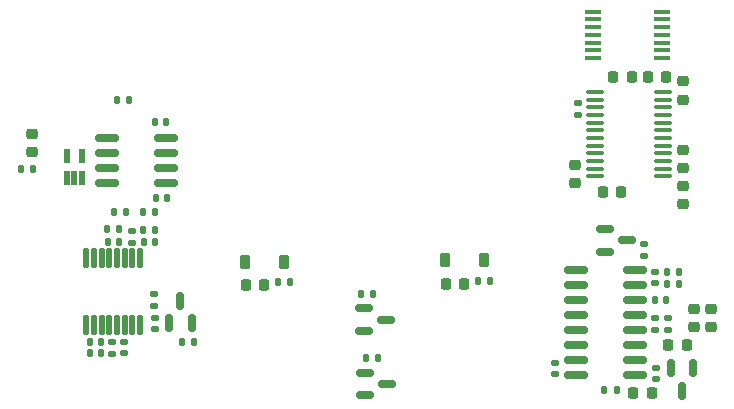
<source format=gbr>
%TF.GenerationSoftware,KiCad,Pcbnew,7.0.9*%
%TF.CreationDate,2023-12-09T17:13:14+02:00*%
%TF.ProjectId,Pi HAT,50692048-4154-42e6-9b69-6361645f7063,0.1.0*%
%TF.SameCoordinates,Original*%
%TF.FileFunction,Paste,Top*%
%TF.FilePolarity,Positive*%
%FSLAX46Y46*%
G04 Gerber Fmt 4.6, Leading zero omitted, Abs format (unit mm)*
G04 Created by KiCad (PCBNEW 7.0.9) date 2023-12-09 17:13:14*
%MOMM*%
%LPD*%
G01*
G04 APERTURE LIST*
G04 Aperture macros list*
%AMRoundRect*
0 Rectangle with rounded corners*
0 $1 Rounding radius*
0 $2 $3 $4 $5 $6 $7 $8 $9 X,Y pos of 4 corners*
0 Add a 4 corners polygon primitive as box body*
4,1,4,$2,$3,$4,$5,$6,$7,$8,$9,$2,$3,0*
0 Add four circle primitives for the rounded corners*
1,1,$1+$1,$2,$3*
1,1,$1+$1,$4,$5*
1,1,$1+$1,$6,$7*
1,1,$1+$1,$8,$9*
0 Add four rect primitives between the rounded corners*
20,1,$1+$1,$2,$3,$4,$5,0*
20,1,$1+$1,$4,$5,$6,$7,0*
20,1,$1+$1,$6,$7,$8,$9,0*
20,1,$1+$1,$8,$9,$2,$3,0*%
G04 Aperture macros list end*
%ADD10RoundRect,0.218750X-0.218750X-0.256250X0.218750X-0.256250X0.218750X0.256250X-0.218750X0.256250X0*%
%ADD11RoundRect,0.135000X-0.185000X0.135000X-0.185000X-0.135000X0.185000X-0.135000X0.185000X0.135000X0*%
%ADD12RoundRect,0.225000X-0.250000X0.225000X-0.250000X-0.225000X0.250000X-0.225000X0.250000X0.225000X0*%
%ADD13RoundRect,0.225000X0.250000X-0.225000X0.250000X0.225000X-0.250000X0.225000X-0.250000X-0.225000X0*%
%ADD14RoundRect,0.100000X-0.637500X-0.100000X0.637500X-0.100000X0.637500X0.100000X-0.637500X0.100000X0*%
%ADD15RoundRect,0.135000X0.185000X-0.135000X0.185000X0.135000X-0.185000X0.135000X-0.185000X-0.135000X0*%
%ADD16RoundRect,0.225000X-0.225000X-0.250000X0.225000X-0.250000X0.225000X0.250000X-0.225000X0.250000X0*%
%ADD17RoundRect,0.020500X0.184500X-0.764500X0.184500X0.764500X-0.184500X0.764500X-0.184500X-0.764500X0*%
%ADD18RoundRect,0.140000X-0.170000X0.140000X-0.170000X-0.140000X0.170000X-0.140000X0.170000X0.140000X0*%
%ADD19RoundRect,0.135000X0.135000X0.185000X-0.135000X0.185000X-0.135000X-0.185000X0.135000X-0.185000X0*%
%ADD20RoundRect,0.150000X-0.150000X0.587500X-0.150000X-0.587500X0.150000X-0.587500X0.150000X0.587500X0*%
%ADD21RoundRect,0.225000X0.225000X0.375000X-0.225000X0.375000X-0.225000X-0.375000X0.225000X-0.375000X0*%
%ADD22RoundRect,0.135000X-0.135000X-0.185000X0.135000X-0.185000X0.135000X0.185000X-0.135000X0.185000X0*%
%ADD23RoundRect,0.150000X-0.825000X-0.150000X0.825000X-0.150000X0.825000X0.150000X-0.825000X0.150000X0*%
%ADD24RoundRect,0.150000X-0.587500X-0.150000X0.587500X-0.150000X0.587500X0.150000X-0.587500X0.150000X0*%
%ADD25RoundRect,0.218750X0.256250X-0.218750X0.256250X0.218750X-0.256250X0.218750X-0.256250X-0.218750X0*%
%ADD26RoundRect,0.150000X0.850000X0.150000X-0.850000X0.150000X-0.850000X-0.150000X0.850000X-0.150000X0*%
%ADD27RoundRect,0.140000X-0.140000X-0.170000X0.140000X-0.170000X0.140000X0.170000X-0.140000X0.170000X0*%
%ADD28RoundRect,0.150000X0.150000X-0.587500X0.150000X0.587500X-0.150000X0.587500X-0.150000X-0.587500X0*%
%ADD29RoundRect,0.140000X0.170000X-0.140000X0.170000X0.140000X-0.170000X0.140000X-0.170000X-0.140000X0*%
%ADD30RoundRect,0.218750X0.218750X0.256250X-0.218750X0.256250X-0.218750X-0.256250X0.218750X-0.256250X0*%
%ADD31RoundRect,0.140000X0.140000X0.170000X-0.140000X0.170000X-0.140000X-0.170000X0.140000X-0.170000X0*%
%ADD32R,1.473200X0.355600*%
%ADD33RoundRect,0.225000X0.225000X0.250000X-0.225000X0.250000X-0.225000X-0.250000X0.225000X-0.250000X0*%
%ADD34RoundRect,0.020000X0.180000X-0.575000X0.180000X0.575000X-0.180000X0.575000X-0.180000X-0.575000X0*%
G04 APERTURE END LIST*
D10*
%TO.C,D4*%
X154842500Y-122242000D03*
X156417500Y-122242000D03*
%TD*%
D11*
%TO.C,R2*%
X166050000Y-106880000D03*
X166050000Y-107900000D03*
%TD*%
D12*
%TO.C,C17*%
X174950000Y-105050000D03*
X174950000Y-106600000D03*
%TD*%
D13*
%TO.C,C2*%
X174950000Y-115425000D03*
X174950000Y-113875000D03*
%TD*%
D14*
%TO.C,IC1*%
X167487500Y-105939000D03*
X167487500Y-106589000D03*
X167487500Y-107239000D03*
X167487500Y-107889000D03*
X167487500Y-108539000D03*
X167487500Y-109189000D03*
X167487500Y-109839000D03*
X167487500Y-110489000D03*
X167487500Y-111139000D03*
X167487500Y-111789000D03*
X167487500Y-112439000D03*
X167487500Y-113089000D03*
X173212500Y-113089000D03*
X173212500Y-112439000D03*
X173212500Y-111789000D03*
X173212500Y-111139000D03*
X173212500Y-110489000D03*
X173212500Y-109839000D03*
X173212500Y-109189000D03*
X173212500Y-108539000D03*
X173212500Y-107889000D03*
X173212500Y-107239000D03*
X173212500Y-106589000D03*
X173212500Y-105939000D03*
%TD*%
D15*
%TO.C,R1*%
X171675000Y-119800000D03*
X171675000Y-118780000D03*
%TD*%
D16*
%TO.C,C15*%
X168175000Y-114400000D03*
X169725000Y-114400000D03*
%TD*%
D17*
%TO.C,U5*%
X124404800Y-125706400D03*
X125054800Y-125706400D03*
X125704800Y-125706400D03*
X126354800Y-125706400D03*
X127004800Y-125706400D03*
X127654800Y-125706400D03*
X128304800Y-125706400D03*
X128954800Y-125706400D03*
X128954800Y-119966400D03*
X128304800Y-119966400D03*
X127654800Y-119966400D03*
X127004800Y-119966400D03*
X126354800Y-119966400D03*
X125704800Y-119966400D03*
X125054800Y-119966400D03*
X124404800Y-119966400D03*
%TD*%
D18*
%TO.C,C20*%
X172600000Y-121165000D03*
X172600000Y-122125000D03*
%TD*%
D16*
%TO.C,C3*%
X169050000Y-104650000D03*
X170600000Y-104650000D03*
%TD*%
D19*
%TO.C,R9*%
X119880000Y-112480000D03*
X118860000Y-112480000D03*
%TD*%
D20*
%TO.C,Q4*%
X175800000Y-129350000D03*
X173900000Y-129350000D03*
X174850000Y-131225000D03*
%TD*%
D21*
%TO.C,D1*%
X158110000Y-120210000D03*
X154810000Y-120210000D03*
%TD*%
%TO.C,D2*%
X141189000Y-120308000D03*
X137889000Y-120308000D03*
%TD*%
D18*
%TO.C,C7*%
X127635000Y-127078800D03*
X127635000Y-128038800D03*
%TD*%
D11*
%TO.C,R11*%
X130175000Y-123061000D03*
X130175000Y-124081000D03*
%TD*%
D22*
%TO.C,R14*%
X126185200Y-117551200D03*
X127205200Y-117551200D03*
%TD*%
D23*
%TO.C,U4*%
X126176000Y-109804200D03*
X126176000Y-111074200D03*
X126176000Y-112344200D03*
X126176000Y-113614200D03*
X131126000Y-113614200D03*
X131126000Y-112344200D03*
X131126000Y-111074200D03*
X131126000Y-109804200D03*
%TD*%
D24*
%TO.C,Q3*%
X148035800Y-129707600D03*
X148035800Y-131607600D03*
X149910800Y-130657600D03*
%TD*%
D22*
%TO.C,R5*%
X127010000Y-106650000D03*
X128030000Y-106650000D03*
%TD*%
D25*
%TO.C,D3*%
X119800000Y-111067500D03*
X119800000Y-109492500D03*
%TD*%
D26*
%TO.C,U6*%
X170875000Y-129910000D03*
X170875000Y-128640000D03*
X170875000Y-127370000D03*
X170875000Y-126100000D03*
X170875000Y-124830000D03*
X170875000Y-123560000D03*
X170875000Y-122290000D03*
X170875000Y-121020000D03*
X165875000Y-121020000D03*
X165875000Y-122290000D03*
X165875000Y-123560000D03*
X165875000Y-124830000D03*
X165875000Y-126100000D03*
X165875000Y-127370000D03*
X165875000Y-128640000D03*
X165875000Y-129910000D03*
%TD*%
D22*
%TO.C,R22*%
X168290000Y-131200000D03*
X169310000Y-131200000D03*
%TD*%
D27*
%TO.C,C9*%
X129285400Y-118609800D03*
X130245400Y-118609800D03*
%TD*%
%TO.C,C10*%
X130320000Y-114900000D03*
X131280000Y-114900000D03*
%TD*%
%TO.C,C13*%
X126215200Y-118618000D03*
X127175200Y-118618000D03*
%TD*%
D22*
%TO.C,R3*%
X147700000Y-123037600D03*
X148720000Y-123037600D03*
%TD*%
D19*
%TO.C,R8*%
X133504400Y-127101600D03*
X132484400Y-127101600D03*
%TD*%
D22*
%TO.C,R6*%
X126790000Y-116100000D03*
X127810000Y-116100000D03*
%TD*%
D15*
%TO.C,R18*%
X173700000Y-126110000D03*
X173700000Y-125090000D03*
%TD*%
D28*
%TO.C,U2*%
X131434800Y-125499100D03*
X133334800Y-125499100D03*
X132384800Y-123624100D03*
%TD*%
D22*
%TO.C,R7*%
X129190000Y-116100000D03*
X130210000Y-116100000D03*
%TD*%
D11*
%TO.C,R19*%
X172605000Y-125075000D03*
X172605000Y-126095000D03*
%TD*%
D16*
%TO.C,C22*%
X170730000Y-131450000D03*
X172280000Y-131450000D03*
%TD*%
D29*
%TO.C,C21*%
X164105000Y-129865000D03*
X164105000Y-128905000D03*
%TD*%
%TO.C,C4*%
X128270000Y-118717000D03*
X128270000Y-117757000D03*
%TD*%
D30*
%TO.C,L1*%
X175237500Y-127375000D03*
X173662500Y-127375000D03*
%TD*%
D22*
%TO.C,R17*%
X140680000Y-122040000D03*
X141700000Y-122040000D03*
%TD*%
%TO.C,R15*%
X129230000Y-117620000D03*
X130250000Y-117620000D03*
%TD*%
D19*
%TO.C,R21*%
X174585000Y-122200000D03*
X173565000Y-122200000D03*
%TD*%
D10*
%TO.C,D5*%
X137908500Y-122262000D03*
X139483500Y-122262000D03*
%TD*%
D13*
%TO.C,C23*%
X175850000Y-125850000D03*
X175850000Y-124300000D03*
%TD*%
D31*
%TO.C,C6*%
X131180000Y-108508800D03*
X130220000Y-108508800D03*
%TD*%
D27*
%TO.C,C11*%
X124742000Y-127101600D03*
X125702000Y-127101600D03*
%TD*%
D13*
%TO.C,C14*%
X165800000Y-113652600D03*
X165800000Y-112102600D03*
%TD*%
D24*
%TO.C,Q2*%
X147936200Y-124272000D03*
X147936200Y-126172000D03*
X149811200Y-125222000D03*
%TD*%
%TO.C,Q1*%
X168300000Y-117570000D03*
X168300000Y-119470000D03*
X170175000Y-118520000D03*
%TD*%
D32*
%TO.C,U1*%
X167358000Y-99144200D03*
X167358000Y-99804600D03*
X167358000Y-100439600D03*
X167358000Y-101100000D03*
X167358000Y-101760400D03*
X167358000Y-102395400D03*
X167358000Y-103055800D03*
X173200000Y-103055800D03*
X173200000Y-102395400D03*
X173200000Y-101760400D03*
X173200000Y-101100000D03*
X173200000Y-100439600D03*
X173200000Y-99804600D03*
X173200000Y-99144200D03*
%TD*%
D33*
%TO.C,C16*%
X173525000Y-104650000D03*
X171975000Y-104650000D03*
%TD*%
D18*
%TO.C,C24*%
X172625000Y-129320000D03*
X172625000Y-130280000D03*
%TD*%
D34*
%TO.C,U3*%
X122750000Y-113260000D03*
X123400000Y-113260000D03*
X124050000Y-113260000D03*
X124050000Y-111340000D03*
X122750000Y-111340000D03*
%TD*%
D12*
%TO.C,C1*%
X174950000Y-110875000D03*
X174950000Y-112425000D03*
%TD*%
D22*
%TO.C,R16*%
X157601000Y-121942000D03*
X158621000Y-121942000D03*
%TD*%
D15*
%TO.C,R10*%
X126619000Y-128145000D03*
X126619000Y-127125000D03*
%TD*%
D13*
%TO.C,C18*%
X177300000Y-125850000D03*
X177300000Y-124300000D03*
%TD*%
D22*
%TO.C,R4*%
X148056900Y-128473200D03*
X149076900Y-128473200D03*
%TD*%
D27*
%TO.C,C12*%
X124740000Y-128080000D03*
X125700000Y-128080000D03*
%TD*%
D19*
%TO.C,R20*%
X174585000Y-121200000D03*
X173565000Y-121200000D03*
%TD*%
D29*
%TO.C,C5*%
X130200400Y-126006800D03*
X130200400Y-125046800D03*
%TD*%
D27*
%TO.C,C19*%
X172525000Y-123535000D03*
X173485000Y-123535000D03*
%TD*%
M02*

</source>
